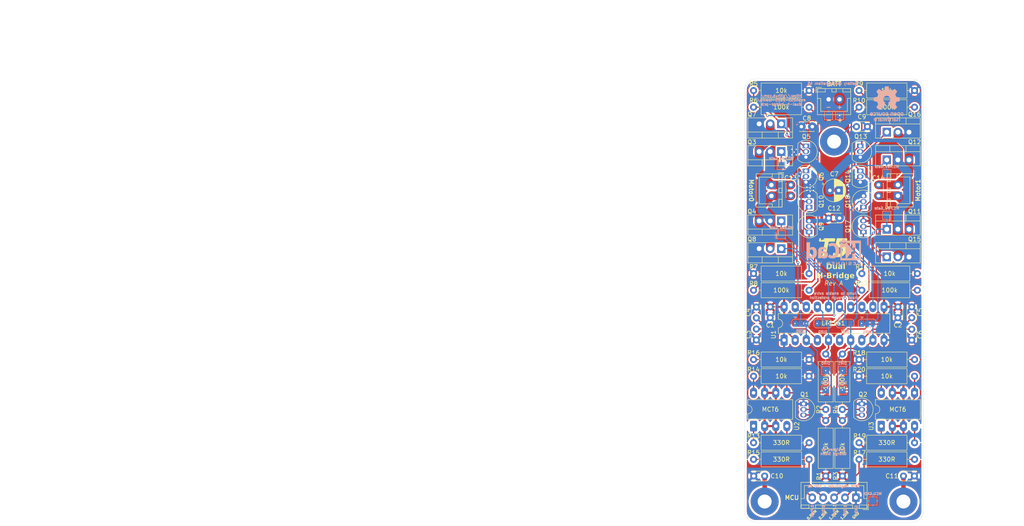
<source format=kicad_pcb>
(kicad_pcb (version 20241229) (generator "pcbnew") (generator_version "9.0")
  (title_block (title "Dual H-Bridge") (date "2025-06-19") (rev "A") (company "Team 5") (comment 1 "George Sleen"))
  (layers (0 "F.Cu" signal) (2 "B.Cu" signal) (13 "F.Paste" user) (15 "B.Paste" user) (5 "F.SilkS" user "F.Silkscreen") (7 "B.SilkS" user "B.Silkscreen") (1 "F.Mask" user) (3 "B.Mask" user) (25 "Edge.Cuts" user))
  (net 0 "")
  (net 1 "GND")
  (net 2 "+BATT")
  (net 3 "/H-Bridge 0/MOTOR+")
  (net 4 "/H-Bridge 0/MOTOR-")
  (net 5 "Net-(C9-Pad1)")
  (net 6 "/H-Bridge 1/MOTOR+")
  (net 7 "/H-Bridge 1/MOTOR-")
  (net 8 "Net-(U1-T1)")
  (net 9 "Net-(U1-T2)")
  (net 10 "Net-(U1-T3)")
  (net 11 "Net-(U1-T4)")
  (net 12 "Net-(C10-Pad1)")
  (net 13 "Net-(C11-Pad1)")
  (net 14 "Net-(JP1-C)")
  (net 15 "/Motor0.~{DIR}")
  (net 16 "/Motor0.DIR")
  (net 17 "Net-(JP2-C)")
  (net 18 "Net-(JP3-C)")
  (net 19 "/Motor1.~{DIR}")
  (net 20 "Net-(JP4-C)")
  (net 21 "/Motor1.DIR")
  (net 22 "/H-Bridge 0/FOW_HIGH_GATE")
  (net 23 "/H-Bridge 0/REV_HIGH_GATE")
  (net 24 "/H-Bridge 0/REV_LOW_GATE")
  (net 25 "/H-Bridge 0/FOW_LOW_GATE")
  (net 26 "/H-Bridge 1/FOW_HIGH_GATE")
  (net 27 "/H-Bridge 1/REV_HIGH_GATE")
  (net 28 "/H-Bridge 1/REV_LOW_GATE")
  (net 29 "/H-Bridge 1/FOW_LOW_GATE")
  (net 30 "/PWM0")
  (net 31 "/PWM1")
  (net 32 "/MCU.PWM0")
  (net 33 "Net-(R13-Pad2)")
  (net 34 "/Motor0.PWM")
  (net 35 "/MCU.DIR0")
  (net 36 "Net-(R15-Pad2)")
  (net 37 "/MCU.PWM1")
  (net 38 "Net-(R17-Pad2)")
  (net 39 "/Motor1.PWM")
  (net 40 "Net-(R19-Pad2)")
  (net 41 "/MCU.DIR1")
  (net 42 "Net-(Q1-B)")
  (net 43 "Net-(Q2-B)")
  (net 44 "Net-(Q5-B)")
  (net 45 "Net-(Q9-B)")
  (net 46 "Net-(Q13-B)")
  (net 47 "Net-(Q17-B)")
  (net 48 "GNDPWR")
  (footprint "Package_TO_SOT_THT:TO-92_Inline" (layer "F.Cu") (at 219.075 114.808 -90)
    (property "Reference" "Q2")
    (property "Value" "2N3904")
  )
  (footprint "Resistor_THT:R_Axial_DIN0309_L9.0mm_D3.2mm_P12.70mm_Horizontal" (layer "F.Cu") (at 218.44 108.458)
    (property "Reference" "R20")
    (property "Value" "10k")
  )
  (footprint "Resistor_THT:R_Axial_DIN0309_L9.0mm_D3.2mm_P12.70mm_Horizontal" (layer "F.Cu") (at 194.31 43.053)
    (property "Reference" "R5")
    (property "Value" "10k")
  )
  (footprint "Resistor_THT:R_Axial_DIN0309_L9.0mm_D3.2mm_P12.70mm_Horizontal" (layer "F.Cu") (at 214.63 103.378 -90)
    (property "Reference" "R4")
    (property "Value" "100k")
  )
  (footprint "Capacitor_THT:C_Disc_D3.0mm_W2.0mm_P2.50mm" (layer "F.Cu") (at 198.12 92.583 -90)
    (property "Reference" "C1")
    (property "Value" "100nF")
  )
  (footprint "Resistor_THT:R_Axial_DIN0309_L9.0mm_D3.2mm_P12.70mm_Horizontal" (layer "F.Cu") (at 219.075 88.773)
    (property "Reference" "R12")
    (property "Value" "100k")
  )
  (footprint "Capacitor_THT:C_Disc_D3.0mm_W2.0mm_P2.50mm" (layer "F.Cu") (at 194.945 95.123 90)
    (property "Reference" "C4")
    (property "Value" "10nF")
  )
  (footprint "Capacitor_THT:C_Disc_D3.0mm_W2.0mm_P2.50mm" (layer "F.Cu") (at 222.885 67.143 90)
    (property "Reference" "C14")
    (property "Value" "100nF")
  )
  (footprint "Capacitor_THT:C_Disc_D3.0mm_W2.0mm_P2.50mm" (layer "F.Cu") (at 230.505 95.083 90)
    (property "Reference" "C5")
    (property "Value" "10nF")
  )
  (footprint "Capacitor_THT:CP_Radial_D5.0mm_P2.00mm" (layer "F.Cu") (at 211.769888 65.913)
    (property "Reference" "C7")
    (property "Value" "47uF")
  )
  (footprint "Resistor_THT:R_Axial_DIN0309_L9.0mm_D3.2mm_P12.70mm_Horizontal" (layer "F.Cu") (at 210.82 131.318 90)
    (property "Reference" "R1")
    (property "Value" "10k")
  )
  (footprint "Resistor_THT:R_Axial_DIN0309_L9.0mm_D3.2mm_P12.70mm_Horizontal" (layer "F.Cu") (at 207.01 46.863 180)
    (property "Reference" "R6")
    (property "Value" "100k")
  )
  (footprint "Capacitor_THT:C_Disc_D3.0mm_W2.0mm_P2.50mm" (layer "F.Cu") (at 228.6 131.318)
    (property "Reference" "C11")
    (property "Value" "100nF")
  )
  (footprint "Resistor_THT:R_Axial_DIN0309_L9.0mm_D3.2mm_P12.70mm_Horizontal" (layer "F.Cu") (at 207.01 127.508 180)
    (property "Reference" "R15")
    (property "Value" "330R")
  )
  (footprint "Capacitor_THT:C_Disc_D3.0mm_W2.0mm_P2.50mm" (layer "F.Cu") (at 196.85 131.318 180)
    (property "Reference" "C10")
    (property "Value" "100nF")
  )
  (footprint "Package_TO_SOT_THT:TO-220-3_Vertical" (layer "F.Cu") (at 200.66 72.898 180)
    (property "Reference" "Q4")
    (property "Value" "IRFZ44")
  )
  (footprint "Package_TO_SOT_THT:TO-92_Inline" (layer "F.Cu") (at 206.29 55.753 -90)
    (property "Reference" "Q5")
    (property "Value" "2N3904")
  )
  (footprint "Package_TO_SOT_THT:TO-92_Inline" (layer "F.Cu") (at 218.715 61.468 -90)
    (property "Reference" "Q14")
    (property "Value" "VN2222L")
  )
  (footprint "Connector_JST:JST_XH_B2B-XH-A_1x02_P2.50mm_Vertical" (layer "F.Cu") (at 211.475 45.068)
    (property "Reference" "J3" (hide yes))
    (property "Value" "BATT")
  )
  (footprint "Resistor_THT:R_Axial_DIN0309_L9.0mm_D3.2mm_P12.70mm_Horizontal" (layer "F.Cu") (at 207.01 108.458 180)
    (property "Reference" "R14")
    (property "Value" "10k")
  )
  (footprint "Capacitor_THT:C_Disc_D3.0mm_W2.0mm_P2.50mm" (layer "F.Cu") (at 202.84 64.663 -90)
    (property "Reference" "C13")
    (property "Value" "100nF")
  )
  (footprint "Capacitor_THT:C_Disc_D3.0mm_W2.0mm_P2.50mm" (layer "F.Cu") (at 207.752 51.308 180)
    (property "Reference" "C8")
    (property "Value" "100nF")
  )
  (footprint "Capacitor_THT:C_Disc_D3.0mm_W2.0mm_P2.50mm" (layer "F.Cu") (at 211.475 72.263)
    (property "Reference" "C12")
    (property "Value" "100nF")
  )
  (footprint "Resistor_THT:R_Axial_DIN0309_L9.0mm_D3.2mm_P12.70mm_Horizontal" (layer "F.Cu") (at 218.44 46.863)
    (property "Reference" "R10")
    (property "Value" "100k")
  )
  (footprint "Resistor_THT:R_Axial_DIN0309_L9.0mm_D3.2mm_P12.70mm_Horizontal" (layer "F.Cu") (at 207.01 84.963 180)
    (property "Reference" "R7")
    (property "Value" "10k")
  )
  (footprint "Package_TO_SOT_THT:TO-220-3_Vertical" (layer "F.Cu") (at 200.66 50.673 180)
    (property "Reference" "Q7")
    (property "Value" "IRFZ44")
  )
  (footprint "Capacitor_THT:C_Disc_D3.0mm_W2.0mm_P2.50mm" (layer "F.Cu") (at 230.505 97.703 -90)
    (property "Reference" "C6")
    (property "Value" "10nF")
  )
  (footprint "Capacitor_THT:C_Disc_D3.0mm_W2.0mm_P2.50mm" (layer "F.Cu") (at 194.945 97.663 -90)
    (property "Reference" "C3")
    (property "Value" "10nF")
  )
  (footprint "MountingHole:MountingHole_3.2mm_M3_Pad" (layer "F.Cu") (at 228.6 137.16)
    (property "Reference" "H3" (hide yes))
    (property "Value" "M3_PTH")
  )
  (footprint "Package_TO_SOT_THT:TO-92_Inline" (layer "F.Cu") (at 207.01 75.438 90)
    (property "Reference" "Q9")
    (property "Value" "2N3904")
  )
  (footprint "Package_TO_SOT_THT:TO-92_Inline" (layer "F.Cu") (at 218.715 55.753 -90)
    (property "Reference" "Q13")
    (property "Value" "2N3904")
  )
  (footprint "Package_TO_SOT_THT:TO-220-3_Vertical" (layer "F.Cu") (at 224.79 81.153)
    (property "Reference" "Q15")
    (property "Value" "IRFZ44")
  )
  (footprint "MountingHole:MountingHole_3.2mm_M3_Pad" (layer "F.Cu") (at 196.85 137.16)
    (property "Reference" "H2" (hide yes))
    (property "Value" "M3_PTH")
  )
  (footprint "Resistor_THT:R_Axial_DIN0309_L9.0mm_D3.2mm_P12.70mm_Horizontal" (layer "F.Cu") (at 218.44 104.648)
    (property "Reference" "R18")
    (property "Value" "10k")
  )
  (footprint "MountingHole:MountingHole_3.2mm_M3_Pad" (layer "F.Cu") (at 212.725 54.737)
    (property "Reference" "H1" (hide yes))
    (property "Value" "M3_PTH")
  )
  (footprint "Package_TO_SOT_THT:TO-92_Inline" (layer "F.Cu") (at 207.01 69.723 90)
    (property "Reference" "Q10")
    (property "Value" "VN2222L")
  )
  (footprint "Package_TO_SOT_THT:TO-220-3_Vertical" (layer "F.Cu") (at 200.66 57.023 180)
    (property "Reference" "Q3")
    (property "Value" "IRFZ44")
  )
  (footprint "Package_TO_SOT_THT:TO-92_Inline" (layer "F.Cu") (at 219.435 75.438 90)
    (property "Reference" "Q17")
    (property "Value" "2N3904")
  )
  (footprint "Resistor_THT:R_Axial_DIN0309_L9.0mm_D3.2mm_P12.70mm_Horizontal" (layer "F.Cu") (at 207.01 123.698 180)
    (property "Reference" "R13")
    (property "Value" "330R")
  )
  (footprint "Resistor_THT:R_Axial_DIN0309_L9.0mm_D3.2mm_P12.70mm_Horizontal" (layer "F.Cu") (at 219.075 84.963)
    (property "Reference" "R11")
    (property "Value" "10k")
  )
  (footprint "Package_TO_SOT_THT:TO-220-3_Vertical" (layer "F.Cu") (at 224.79 74.803)
    (property "Reference" "Q11")
    (property "Value" "IRFZ44")
  )
  (footprint "Resistor_THT:R_Axial_DIN0309_L9.0mm_D3.2mm_P12.70mm_Horizontal" (layer "F.Cu") (at 218.44 43.053)
    (property "Reference" "R9")
    (property "Value" "10k")
  )
  (footprint "Connector_JST:JST_XH_B2B-XH-A_1x02_P2.50mm_Vertical" (layer "F.Cu") (at 198.395 64.683 -90)
    (property "Reference" "J1" (hide yes))
    (property "Value" "Motor0")
  )
  (footprint "Package_DIP:DIP-8_W7.62mm_LongPads" (layer "F.Cu") (at 223.52 119.888 90)
    (property "Reference" "U3")
    (property "Value" "MCT6")
  )
  (footprint "Resistor_THT:R_Axial_DIN0309_L9.0mm_D3.2mm_P12.70mm_Horizontal" (layer "F.Cu") (at 214.63 131.318 90)
    (property "Reference" "R3")
    (property "Value" "10k")
  )
  (footprint "Capacitor_THT:C_Disc_D3.0mm_W2.0mm_P2.50mm" (layer "F.Cu") (at 217.845 51.308)
    (property "Reference" "C9")
    (property "Value" "100nF")
  )
  (footprint "Resistor_THT:R_Axial_DIN0309_L9.0mm_D3.2mm_P12.70mm_Horizontal" (layer "F.Cu") (at 207.01 104.648 180)
    (property "Reference" "R16")
    (property "Value" "10k")
  )
  (footprint "Package_TO_SOT_THT:TO-220-3_Vertical" (layer "F.Cu") (at 200.66 79.248 180)
    (property "Reference" "Q8")
    (property "Value" "IRFZ44")
  )
  (footprint "Package_TO_SOT_THT:TO-220-3_Vertical" (layer "F.Cu") (at 224.79 52.578)
    (property "Reference" "Q16")
    (property "Value" "IRFZ44")
  )
  (footprint "Package_TO_SOT_THT:TO-220-3_Vertical" (layer "F.Cu") (at 224.79 58.928)
    (property "Reference" "Q12")
    (property "Value" "IRFZ44")
  )
  (footprint "Connector_JST:JST_XH_B2B-XH-A_1x02_P2.50mm_Vertical" (layer "F.Cu") (at 227.33 67.143 90)
    (property "Reference" "J2" (hide yes))
    (property "Value" "Motor1")
  )
  (footprint "Resistor_THT:R_Axial_DIN0309_L9.0mm_D3.2mm_P12.70mm_Horizontal" (layer "F.Cu") (at 218.44 123.698)
    (property "Reference" "R19")
    (property "Value" "330R")
  )
  (footprint "Connector_JST:JST_XH_B5B-XH-A_1x05_P2.50mm_Vertical" (layer "F.Cu") (at 217.725 136.271 180)
    (property "Reference" "J4" (hide yes))
    (property "Value" "MCU")
  )
  (footprint "Package_TO_SOT_THT:TO-92_Inline" (layer "F.Cu") (at 219.435 69.723 90)
    (property "Reference" "Q18")
    (property "Value" "VN2222L")
  )
  (footprint "Package_TO_SOT_THT:TO-92_Inline" (layer "F.Cu") (at 205.74 114.808 -90)
    (property "Reference" "Q1")
    (property "Value" "2N3904")
  )
  (footprint "Package_DIP:DIP-8_W7.62mm_LongPads" (layer "F.Cu") (at 194.31 119.888 90)
    (property "Reference" "U2")
    (property "Value" "MCT6")
  )
  (footprint "GS_Virtual:ENPH253_Logo_Small" (layer "F.Cu") (at 212.770386 78.867)
    (property "Reference" "REF**" (hide yes))
    (property "Value" "")
  )
  (footprint "Capacitor_THT:C_Disc_D3.0mm_W2.0mm_P2.50mm" (layer "F.Cu") (at 227.33 92.583 -90)
    (property "Reference" "C2")
    (property "Value" "100nF")
  )
  (footprint "Resistor_THT:R_Axial_DIN0309_L9.0mm_D3.2mm_P12.70mm_Horizontal" (layer "F.Cu") (at 210.82 103.378 -90)
    (property "Reference" "R2")
    (property "Value" "100k")
  )
  (footprint "Resistor_THT:R_Axial_DIN0309_L9.0mm_D3.2mm_P12.70mm_Horizontal" (layer "F.Cu") (at 207.01 88.773 180)
    (property "Reference" "R8")
    (property "Value" "100k")
  )
  (footprint "Package_TO_SOT_THT:TO-92_Inline" (layer "F.Cu") (at 206.29 61.468 -90)
    (property "Reference" "Q6")
    (property "Value" "VN2222L")
  )
  (footprint "Package_DIP:DIP-20_W7.62mm_LongPads" (layer "F.Cu") (at 201.295 100.203 90)
    (property "Reference" "U1")
    (property "Value" "LT1161")
  )
  (footprint "Resistor_THT:R_Axial_DIN0309_L9.0mm_D3.2mm_P12.70mm_Horizontal" (layer "F.Cu") (at 218.44 127.508)
    (property "Reference" "R17")
    (property "Value" "330R")
  )
  (footprint "Jumper:SolderJumper-3_P1.3mm_Bridged12_RoundedPad1.0x1.5mm" (layer "B.Cu") (at 210.155 96.393)
    (property "Reference" "DIR0")
    (property "Value" "MOTOR0_REV" (hide yes))
  )
  (footprint "Jumper:SolderJumper-3_P1.3mm_Bridged12_RoundedPad1.0x1.5mm" (layer "B.Cu") (at 220.315 96.393)
    (property "Reference" "DIR1")
    (property "Value" "MOTOR1_REV" (hide yes))
  )
  (footprint "TestPoint:TestPoint_Pad_1.5x1.5mm" (layer "B.Cu") (at 200.66 76.073 180)
    (property "Reference" "M0.Rev_Gate")
    (property "Value" "Motor0.REV_GATE" (hide yes))
  )
  (footprint "Jumper:SolderJumper-3_P1.3mm_Bridged12_RoundedPad1.0x1.5mm" (layer "B.Cu") (at 215.235 96.393)
    (property "Reference" "~{DIR1}")
    (property "Value" "MOTOR1_FOW" (hide yes))
  )
  (footprint "TestPoint:TestPoint_Pad_1.5x1.5mm" (layer "B.Cu") (at 224.79 71.628 180)
    (property "Reference" "M1.Fow_Gate")
    (property "Value" "Motor1.FOW_GATE" (hide yes))
  )
  (footprint "TestPoint:TestPoint_Pad_1.5x1.5mm" (layer "B.Cu") (at 214.63 107.188 180)
    (property "Reference" "~{DIR1}")
    (property "Value" "Motor1.~{DIR}" (hide yes))
  )
  (footprint "TestPoint:TestPoint_Pad_1.5x1.5mm" (layer "B.Cu") (at 211.455 48.768 180)
    (property "Reference" "TP18" (hide yes))
    (property "Value" "GNDPWR" (hide yes))
  )
  (footprint "TestPoint:TestPoint_Pad_1.5x1.5mm" (layer "B.Cu") (at 224.79 62.103 180)
    (property "Reference" "M1.Rev_Gate")
    (property "Value" "Motor1.REV_GATE" (hide yes))
  )
  (footprint "Jumper:SolderJumper-3_P1.3mm_Bridged12_RoundedPad1.0x1.5mm" (layer "B.Cu") (at 205.075 96.393)
    (property "Reference" "~{DIR0}")
    (property "Value" "Motor0_FOW" (hide yes))
  )
  (footprint "TestPoint:TestPoint_Pad_1.5x1.5mm" (layer "B.Cu") (at 213.995 48.768 180)
    (property "Reference" "TP17" (hide yes))
    (property "Value" "BATT" (hide yes))
  )
  (footprint "TestPoint:TestPoint_Pad_1.5x1.5mm" (layer "B.Cu") (at 210.82 111.633 180)
    (property "Reference" "DIR0")
    (property "Value" "Motor0.DIR" (hide yes))
  )
  (footprint "Symbol:KiCad-Logo2_5mm_SilkScreen" (layer "B.Cu") (at 212.598 80.01 180)
    (property "Reference" "REF**" (hide yes))
    (property "Value" "KiCad-Logo2_5mm_SilkScreen" (hide yes))
  )
  (footprint "TestPoint:TestPoint_Pad_1.5x1.5mm" (layer "B.Cu") (at 210.82 107.188 180)
    (property "Reference" "~{DIR0}")
    (property "Value" "Motor0.~{DIR}" (hide yes))
  )
  (footprint "TestPoint:TestPoint_Pad_1.5x1.5mm" (layer "B.Cu") (at 200.66 60.198 180)
    (property "Reference" "M0.Fow_Gate")
    (property "Value" "Motor0.FOW_GATE" (hide yes))
  )
  (footprint "TestPoint:TestPoint_Pad_1.5x1.5mm" (layer "B.Cu") (at 214.63 111.633 180)
    (property "Reference" "DIR1")
    (property "Value" "Motor1.DIR" (hide yes))
  )
  (footprint "TestPoint:TestPoint_Pad_1.5x1.5mm" (layer "B.Cu") (at 221.615 137.033 180)
    (property "Reference" "MCU.GND")
    (property "Value" "MCU_GND" (hide yes))
  )
  (footprint "Symbol:OSHW-Logo_7.5x8mm_SilkScreen" (layer "B.Cu") (at 224.79 46.101 180)
    (property "Reference" "REF**" (hide yes))
    (property "Value" "OSHW-Logo_7.5x8mm_SilkScreen" (hide yes))
  )
  (gr_line (start 230.672 141.859) (end 194.778 141.859) (stroke (width 0.05)) (layer "Edge.Cuts"))
  (gr_arc (start 230.672 40.386) (mid 232.439767 41.118233) (end 233.172 42.886) (stroke (width 0.05)) (layer "Edge.Cuts"))
  (gr_line (start 194.778 40.386) (end 230.672 40.386) (stroke (width 0.05)) (layer "Edge.Cuts"))
  (gr_arc (start 233.172 139.359) (mid 232.439767 141.126767) (end 230.672 141.859) (stroke (width 0.05)) (layer "Edge.Cuts"))
  (gr_arc (start 194.778 141.859) (mid 193.010233 141.126767) (end 192.278 139.359) (stroke (width 0.05)) (layer "Edge.Cuts"))
  (gr_line (start 233.172 42.886) (end 233.172 139.359) (stroke (width 0.05)) (layer "Edge.Cuts"))
  (gr_line (start 192.278 139.359) (end 192.278 42.886) (stroke (width 0.05)) (layer "Edge.Cuts"))
  (gr_arc (start 192.278 42.886) (mid 193.010233 41.118233) (end 194.778 40.386) (stroke (width 0.05)) (layer "Edge.Cuts"))
  (gr_text "0.PWM" (at 207.645 140.208 45) (layer "F.SilkS") (effects (font (size 0.6 0.6) (thickness 0.15) (bold yes))))
  (gr_text "1.DIR" (at 215.138 140.335 45) (layer "F.SilkS") (effects (font (size 0.6 0.6) (thickness 0.15) (bold yes))))
  (gr_text "Dual\nH-Bridge" (at 213.106 86.233 0) (layer "F.SilkS") (effects (font (size 1.25 1.25) (thickness 0.25) (bold yes)) (justify bottom)))
  (gr_text "Rev A" (at 212.598 87.757 0) (layer "F.SilkS") (effects (font (size 1 1) (thickness 0.125) (italic yes)) (justify bottom)))
  (gr_text "+" (at 214.09 49.784 0) (layer "F.SilkS") (effects (font (size 1 1) (thickness 0.2) (bold yes))))
  (gr_text "GND" (at 217.678 140.335 45) (layer "F.SilkS") (effects (font (size 0.6 0.6) (thickness 0.15) (bold yes))))
  (gr_text "1.PWM" (at 212.725 140.208 45) (layer "F.SilkS") (effects (font (size 0.6 0.6) (thickness 0.15) (bold yes))))
  (gr_text "-" (at 211.55 49.784 0) (layer "F.SilkS") (effects (font (size 1 1) (thickness 0.2) (bold yes))))
  (gr_text "0.DIR" (at 210.185 140.335 45) (layer "F.SilkS") (effects (font (size 0.6 0.6) (thickness 0.15) (bold yes))))
  (gr_text "+" (at 213.995 46.813 0) (layer "B.SilkS") (effects (font (size 1 1) (thickness 0.2) (bold yes)) (justify mirror)))
  (gr_text "Battery configuration: 4S" (at 212.405 41.783 0) (layer "B.SilkS") (effects (font (size 0.6 0.6) (thickness 0.15) (bold yes)) (justify bottom mirror)))
  (gr_text "GND" (at 217.805 137.922 90) (layer "B.SilkS") (effects (font (size 0.6 0.6) (thickness 0.15) (bold yes)) (justify left mirror)))
  (gr_text "Designed by\nGeorge Sleen" (at 212.598 125.73 0) (layer "B.SilkS") (effects (font (size 0.6 0.6) (thickness 0.15) (bold yes) (italic yes)) (justify mirror)))
  (gr_text "PWM Magnitude: ~ 100 Hz\n" (at 212.598 133.985 0) (layer "B.SilkS") (effects (font (size 0.6 0.6) (thickness 0.15) (bold yes)) (justify bottom mirror)))
  (gr_text "1.DIR" (at 215.265 137.922 90) (layer "B.SilkS") (effects (font (size 0.6 0.6) (thickness 0.15) (bold yes)) (justify left mirror)))
  (gr_text "-" (at 211.455 46.813 0) (layer "B.SilkS") (effects (font (size 1 1) (thickness 0.2) (bold yes)) (justify mirror)))
  (gr_text "0.PWM" (at 207.772 137.795 90) (layer "B.SilkS") (effects (font (size 0.6 0.6) (thickness 0.15) (bold yes)) (justify left mirror)))
  (gr_text "0.DIR" (at 210.312 137.922 90) (layer "B.SilkS") (effects (font (size 0.6 0.6) (thickness 0.15) (bold yes)) (justify left mirror)))
  (gr_text "Jump to enable extra \nshoot through protection" (at 212.8 90.813 0) (layer "B.SilkS") (effects (font (size 0.6 0.6) (thickness 0.15) (bold yes)) (justify bottom mirror)))
  (gr_text "1.PWM" (at 212.852 137.795 90) (layer "B.SilkS") (effects (font (size 0.6 0.6) (thickness 0.15) (bold yes)) (justify left mirror)))
  (gr_text "https://github.com/\nenph253-2025-team5/\ndual-h-bridge-pcb" (at 200.66 45.212 0) (layer "B.SilkS") (effects (font (size 0.6 0.6) (thickness 0.15) (bold yes)) (justify mirror)))
  (segment (start 224.155 92.583) (end 227.33 92.583) (width 0.3) (layer "F.Cu") (net 2))
  (segment (start 198.12 92.583) (end 201.295 92.583) (width 0.3) (layer "F.Cu") (net 2))
  (via (at 219.015 96.393) (size 0.6) (drill 0.3) (layers "F.Cu" "B.Cu") (net 2))
  (via (at 213.935 96.393) (size 0.6) (drill 0.3) (layers "F.Cu" "B.Cu") (net 2))
  (via (at 208.855 96.393) (size 0.6) (drill 0.3) (layers "F.Cu" "B.Cu") (net 2))
  (via (at 203.775 96.393) (size 0.6) (drill 0.3) (layers "F.Cu" "B.Cu") (net 2))
  (via (at 213.995 48.768) (size 0.6) (drill 0.3) (layers "F.Cu" "B.Cu") (net 2))
  (segment (start 227.33 70.55195) (end 229.531 68.35095) (width 2) (layer "B.Cu") (net 2))
  (segment (start 227.33 59.481009) (end 227.33 58.928) (width 2) (layer "B.Cu") (net 2))
  (segment (start 226.6045 56.388) (end 222.015933 56.388) (width 2) (layer "B.Cu") (net 2))
  (segment (start 219.654933 58.749) (end 216.291776 58.749) (width 2) (layer "B.Cu") (net 2))
  (segment (start 207.01 72.898) (end 210.84 72.898) (width 1) (layer "B.Cu") (net 2))
  (segment (start 207.248 58.749) (end 205.332 58.749) (width 2) (layer "B.Cu") (net 2))
  (segment (start 229.531 68.35095) (end 229.531 61.682009) (width 2) (layer "B.Cu") (net 2))
  (segment (start 210.84 72.898) (end 211.475 72.263) (width 1) (layer "B.Cu") (net 2))
  (segment (start 208.241 51.797) (end 208.241 57.756) (width 2) (layer "B.Cu") (net 2))
  (segment (start 196.194 63.47505) (end 198.10905 61.56) (width 2) (layer "B.Cu") (net 2))
  (segment (start 208.241 57.756) (end 207.248 58.749) (width 2) (layer "B.Cu") (net 2))
  (segment (start 227.33 74.803) (end 227.33 70.55195) (width 2) (layer "B.Cu") (net 2))
  (segment (start 198.12 72.898) (end 198.12 72.344991) (width 2) (layer "B.Cu") (net 2))
  (segment (start 201.932 62.149) (end 198.709 62.149) (width 2) (layer "B.Cu") (net 2))
  (segment (start 227.33 57.1135) (end 226.6045 56.388) (width 2) (layer "B.Cu") (net 2))
  (segment (start 198.10905 61.56) (end 198.12 61.56) (width 2) (layer "B.Cu") (net 2))
  (segment (start 229.531 61.682009) (end 227.33 59.481009) (width 2) (layer "B.Cu") (net 2))
  (segment (start 211.769888 63.270888) (end 207.248 58.749) (width 2) (layer "B.Cu") (net 2))
  (segment (start 207.752 51.308) (end 208.241 51.797) (width 2) (layer "B.Cu") (net 2))
  (segment (start 227.33 58.928) (end 227.33 57.1135) (width 2) (layer "B.Cu") (net 2))
  (segment (start 198.709 62.149) (end 198.12 61.56) (width 2) (layer "B.Cu") (net 2))
  (segment (start 198.12 72.344991) (end 196.194 70.418991) (width 2) (layer "B.Cu") (net 2))
  (segment (start 196.194 70.418991) (end 196.194 63.47505) (width 2) (layer "B.Cu") (net 2))
  (segment (start 216.291776 58.749) (end 211.769888 63.270888) (width 2) (layer "B.Cu") (net 2))
  (segment (start 211.769888 65.913) (end 211.769888 63.270888) (width 2) (layer "B.Cu") (net 2))
  (segment (start 198.12 61.56) (end 198.12 57.023) (width 2) (layer "B.Cu") (net 2))
  (segment (start 222.015933 56.388) (end 219.654933 58.749) (width 2) (layer "B.Cu") (net 2))
  (segment (start 205.332 58.749) (end 201.932 62.149) (width 2) (layer "B.Cu") (net 2))
  (segment (start 195.58 57.023) (end 195.58 61.868) (width 2) (layer "F.Cu") (net 3))
  (segment (start 198.395 64.683) (end 202.82 64.683) (width 2) (layer "F.Cu") (net 3))
  (segment (start 195.58 61.868) (end 198.395 64.683) (width 2) (layer "F.Cu") (net 3))
  (segment (start 198.12 50.673) (end 198.12 53.929991) (width 2) (layer "F.Cu") (net 3))
  (segment (start 195.58 56.469991) (end 195.58 57.023) (width 2) (layer "F.Cu") (net 3))
  (segment (start 198.12 53.929991) (end 195.58 56.469991) (width 2) (layer "F.Cu") (net 3))
  (segment (start 202.82 64.683) (end 202.84 64.663) (width 2) (layer "F.Cu") (net 3))
  (segment (start 195.58 73.451009) (end 195.58 72.898) (width 2) (layer "F.Cu") (net 4))
  (segment (start 202.84 67.163) (end 198.415 67.163) (width 2) (layer "F.Cu") (net 4))
  (segment (start 198.12 79.248) (end 198.12 75.991009) (width 2) (layer "F.Cu") (net 4))
  (segment (start 195.58 72.898) (end 195.58 69.998) (width 2) (layer "F.Cu") (net 4))
  (segment (start 195.58 69.998) (end 198.395 67.183) (width 2) (layer "F.Cu") (net 4))
  (segment (start 198.415 67.163) (end 198.395 67.183) (width 2) (layer "F.Cu") (net 4))
  (segment (start 198.12 75.991009) (end 195.58 73.451009) (width 2) (layer "F.Cu") (net 4))
  (segment (start 217.845 51.308) (end 216.535 51.308) (width 0.3) (layer "B.Cu") (net 5))
  (segment (start 216.535 51.308) (end 212.725 55.118) (width 0.3) (layer "B.Cu") (net 5))
  (segment (start 227.33 80.599991) (end 227.33 81.153) (width 2) (layer "F.Cu") (net 6))
  (segment (start 222.885 67.143) (end 227.33 67.143) (width 2) (layer "F.Cu") (net 6))
  (segment (start 229.87 78.059991) (end 227.33 80.599991) (width 2) (layer "F.Cu") (net 6))
  (segment (start 229.87 74.803) (end 229.87 78.059991) (width 2) (layer "F.Cu") (net 6))
  (segment (start 229.87 74.803) (end 229.87 69.683) (width 2) (layer "F.Cu") (net 6))
  (segment (start 229.87 69.683) (end 227.33 67.143) (width 2) (layer "F.Cu") (net 6))
  (segment (start 229.87 58.928) (end 229.87 62.103) (width 2) (layer "F.Cu") (net 7))
  (segment (start 222.885 64.643) (end 227.33 64.643) (width 2) (layer "F.Cu") (net 7))
  (segment (start 229.87 62.103) (end 227.33 64.643) (width 2) (layer "F.Cu") (net 7))
  (segment (start 227.33 52.578) (end 227.33 53.213) (width 2) (layer "F.Cu") (net 7))
  (segment (start 227.33 53.213) (end 229.87 55.753) (width 2) (layer "F.Cu") (net 7))
  (segment (start 229.87 55.753) (end 229.87 58.928) (width 2) (layer "F.Cu") (net 7))
  (segment (start 201.295 97.663) (end 194.945 97.663) (width 0.3) (layer "F.Cu") (net 8))
  (segment (start 203.835 100.203) (end 201.295 97.663) (width 0.3) (layer "F.Cu") (net 8))
  (segment (start 206.375 97.663) (end 208.915 100.203) (width 0.3) (layer "F.Cu") (net 9))
  (segment (start 196.215 96.393) (end 201.93 96.393) (width 0.3) (layer "F.Cu") (net 9))
  (segment (start 203.2 97.663) (end 206.375 97.663) (width 0.3) (layer "F.Cu") (net 9))
  (segment (start 194.945 95.123) (end 196.215 96.393) (width 0.3) (layer "F.Cu") (net 9))
  (segment (start 201.93 96.393) (end 203.2 97.663) (width 0.3) (layer "F.Cu") (net 9))
  (segment (start 220.821 96.552) (end 229.036 96.552) (width 0.3) (layer "F.Cu") (net 10))
  (segment (start 213.995 100.203) (end 213.995 99.568) (width 0.3) (layer "F.Cu") (net 10))
  (segment (start 213.995 99.568) (end 215.9 97.663) (width 0.3) (layer "F.Cu") (net 10))
  (segment (start 230.505 95.083) (end 229.036 96.552) (width 0.3) (layer "F.Cu") (net 10))
  (segment (start 215.9 97.663) (end 219.71 97.663) (width 0.3) (layer "F.Cu") (net 10))
  (segment (start 219.71 97.663) (end 220.821 96.552) (width 0.3) (layer "F.Cu") (net 10))
  (segment (start 221.575 97.703) (end 230.505 97.703) (width 0.3) (layer "F.Cu") (net 11))
  (segment (start 219.075 100.203) (end 221.575 97.703) (width 0.3) (layer "F.Cu") (net 11))
  (segment (start 196.85 131.318) (end 196.85 137.033) (width 1) (layer "F.Cu") (net 12))
  (segment (start 228.6 131.318) (end 228.6 137.16) (width 1) (layer "F.Cu") (net 13))
  (segment (start 205.075 93.823) (end 203.835 92.583) (width 0.3) (layer "B.Cu") (net 14))
  (segment (start 205.075 96.393) (end 205.075 93.823) (width 0.3) (layer "B.Cu") (net 14))
  (segment (start 212.09 117.348) (end 212.09 108.458) (width 0.3) (layer "F.Cu") (net 15))
  (segment (start 212.09 108.458) (end 210.82 107.188) (width 0.3) (layer "F.Cu") (net 15))
  (segment (start 209.55 117.348) (end 210.82 118.618) (width 0.3) (layer "F.Cu") (net 15))
  (segment (start 212.725 94.488) (end 208.28 94.488) (width 0.3) (layer "F.Cu") (net 15))
  (segment (start 210.82 118.618) (end 212.09 117.348) (width 0.3) (layer "F.Cu") (net 15))
  (segment (start 205.74 117.348) (end 209.55 117.348) (width 0.3) (layer "F.Cu") (net 15))
  (segment (start 208.28 94.488) (end 206.375 96.393) (width 0.3) (layer "F.Cu") (net 15))
  (via (at 206.375 96.393) (size 0.6) (drill 0.3) (layers "F.Cu" "B.Cu") (net 15))
  (via (at 210.82 107.188) (size 0.6) (drill 0.3) (layers "F.Cu" "B.Cu") (net 15))
  (via (at 212.725 94.488) (size 0.6) (drill 0.3) (layers "F.Cu" "B.Cu") (net 15))
  (segment (start 205.189 79.89348) (end 212.725 87.42948) (width 0.3) (layer "B.Cu") (net 15))
  (segment (start 208.915 102.743) (end 206.375 100.203) (width 0.3) (layer "B.Cu") (net 15))
  (segment (start 205.189 63.645149) (end 205.189 79.89348) (width 0.3) (layer "B.Cu") (net 15))
  (segment (start 206.375 100.203) (end 206.375 96.393) (width 0.3) (layer "B.Cu") (net 15))
  (segment (start 208.915 105.283) (end 208.915 102.743) (width 0.3) (layer "B.Cu") (net 15))
  (segment (start 210.82 107.188) (end 208.915 105.283) (width 0.3) (layer "B.Cu") (net 15))
  (segment (start 206.096149 62.738) (end 205.189 63.645149) (width 0.3) (layer "B.Cu") (net 15))
  (segment (start 212.725 87.42948) (end 212.725 94.488) (width 0.3) (layer "B.Cu") (net 15))
  (segment (start 206.29 62.738) (end 206.096149 62.738) (width 0.3) (layer "B.Cu") (net 15))
  (segment (start 215.265 93.853) (end 212.725 96.393) (width 0.3) (layer "F.Cu") (net 16))
  (segment (start 211.455 100.203) (end 211.455 102.108) (width 0.3) (layer "F.Cu") (net 16))
  (segment (start 211.455 102.108) (end 210.82 102.743) (width 0.3) (layer "F.Cu") (net 16))
  (segment (start 210.82 102.743) (end 210.82 103.378) (width 0.3) (layer "F.Cu") (net 16))
  (segment (start 201.93 110.363) (end 201.93 112.268) (width 0.3) (layer "F.Cu") (net 16))
  (segment (start 215.265 90.678) (end 215.265 93.853) (width 0.3) (layer "F.Cu") (net 16))
  (segment (start 210.185 112.268) (end 210.82 111.633) (width 0.3) (layer "F.Cu") (net 16))
  (segment (start 212.725 96.393) (end 211.455 96.393) (width 0.3) (layer "F.Cu") (net 16))
  (segment (start 201.93 112.268) (end 210.185 112.268) (width 0.3) (layer "F.Cu") (net 16))
  (segment (start 194.31 104.648) (end 196.215 104.648) (width 0.3) (layer "F.Cu") (net 16))
  (segment (start 196.215 104.648) (end 201.93 110.363) (width 0.3) (layer "F.Cu") (net 16))
  (via (at 211.455 96.393) (size 0.6) (drill 0.3) (layers "F.Cu" "B.Cu") (net 16))
  (via (at 210.82 111.633) (size 0.6) (drill 0.3) (layers "F.Cu" "B.Cu") (net 16))
  (via (at 215.265 90.678) (size 0.6) (drill 0.3) (layers "F.Cu" "B.Cu") (net 16))
  (segment (start 215.265 89.26096) (end 205.74 79.73596) (width 0.3) (layer "B.Cu") (net 16))
  (segment (start 205.74 79.73596) (end 205.74 68.673) (width 0.3) (layer "B.Cu") (net 16))
  (segment (start 205.74 68.673) (end 205.96 68.453) (width 0.3) (layer "B.Cu") (net 16))
  (segment (start 212.09 110.363) (end 212.09 104.648) (width 0.3) (layer "B.Cu") (net 16))
  (segment (start 211.455 100.203) (end 211.455 96.393) (width 0.3) (layer "B.Cu") (net 16))
  (segment (start 205.96 68.453) (end 207.01 68.453) (width 0.3) (layer "B.Cu") (net 16))
  (segment (start 212.09 104.648) (end 210.82 103.378) (width 0.3) (layer "B.Cu") (net 16))
  (segment (start 215.265 90.678) (end 215.265 89.26096) (width 0.3) (layer "B.Cu") (net 16))
  (segment (start 210.82 111.633) (end 212.09 110.363) (width 0.3) (layer "B.Cu") (net 16))
  (segment (start 210.155 93.823) (end 208.915 92.583) (width 0.3) (layer "B.Cu") (net 17))
  (segment (start 210.155 96.393) (end 210.155 93.823) (width 0.3) (layer "B.Cu") (net 17))
  (segment (start 215.235 93.823) (end 215.235 96.393) (width 0.3) (layer "B.Cu") (net 18))
  (segment (start 213.995 92.583) (end 215.235 93.823) (width 0.3) (layer "B.Cu") (net 18))
  (segment (start 218.521149 62.738) (end 218.715 62.738) (width 0.3) (layer "F.Cu") (net 19))
  (segment (start 217.304 85.732) (end 217.304 63.955149) (width 0.3) (layer "F.Cu") (net 19))
  (segment (start 214.63 118.618) (end 213.36 117.348) (width 0.3) (layer "F.Cu") (net 19))
  (segment (start 217.304 63.955149) (end 218.521149 62.738) (width 0.3) (layer "F.Cu") (net 19))
  (segment (start 218.44 86.868) (end 217.304 85.732) (width 0.3) (layer "F.Cu") (net 19))
  (segment (start 219.075 117.348) (end 215.9 117.348) (width 0.3) (layer "F.Cu") (net 19))
  (segment (start 213.36 108.458) (end 214.63 107.188) (width 0.3) (layer "F.Cu") (net 19))
  (segment (start 215.9 117.348) (end 214.63 118.618) (width 0.3) (layer "F.Cu") (net 19))
  (segment (start 213.36 117.348) (end 213.36 108.458) (width 0.3) (layer "F.Cu") (net 19))
  (via (at 214.63 107.188) (size 0.6) (drill 0.3) (layers "F.Cu" "B.Cu") (net 19))
  (via (at 218.44 86.868) (size 0.6) (drill 0.3) (layers "F.Cu" "B.Cu") (net 19))
  (segment (start 217.924 95.004) (end 216.535 96.393) (width 0.3) (layer "B.Cu") (net 19))
  (segment (start 216.535 105.283) (end 214.63 107.188) (width 0.3) (layer "B.Cu") (net 19))
  (segment (start 218.44 86.868) (end 217.924 87.384) (width 0.3) (layer "B.Cu") (net 19))
  (segment (start 216.535 100.203) (end 216.535 96.393) (width 0.3) (layer "B.Cu") (net 19))
  (segment (start 217.924 87.384) (end 217.924 95.004) (width 0.3) (layer "B.Cu") (net 19))
  (segment (start 216.535 100.203) (end 216.535 105.283) (width 0.3) (layer "B.Cu") (net 19))
  (segment (start 219.075 92.583) (end 220.315 93.823) (width 0.3) (layer "B.Cu") (net 20))
  (segment (start 220.315 93.823) (end 220.315 96.393) (width 0.3) (layer "B.Cu") (net 20))
  (segment (start 229.235 115.443) (end 222.885 115.443) (width 0.3) (layer "F.Cu") (net 21))
  (segment (start 231.14 112.268) (end 231.14 113.538) (width 0.3) (layer "F.Cu") (net 21))
  (segment (start 222.885 115.443) (end 219.075 111.633) (width 0.3) (layer "F.Cu") (net 21))
  (segment (start 231.14 112.268) (end 231.14 108.458) (width 0.3) (layer "F.Cu") (net 21))
  (segment (start 231.14 113.538) (end 229.235 115.443) (width 0.3) (layer "F.Cu") (net 21))
  (segment (start 215.9 102.108) (end 214.63 103.378) (width 0.3) (layer "F.Cu") (net 21))
  (segment (start 221.615 100.203) (end 219.71 102.108) (width 0.3) (layer "F.Cu") (net 21))
  (segment (start 219.71 102.108) (end 215.9 102.108) (width 0.3) (layer "F.Cu") (net 21))
  (segment (start 219.075 111.633) (end 214.63 111.633) (width 0.3) (layer "F.Cu") (net 21))
  (via (at 214.63 111.633) (size 0.6) (drill 0.3) (layers "F.Cu" "B.Cu") (net 21))
  (segment (start 221.615 96.393) (end 222.766 95.242) (width 0.3) (layer "B.Cu") (net 21))
  (segment (start 213.529 104.479) (end 213.529 110.532) (width 0.3) (layer "B.Cu") (net 21))
  (segment (start 214.63 103.378) (end 213.529 104.479) (width 0.3) (layer "B.Cu") (net 21))
  (segment (start 216.278723 78.664203) (end 216.278723 70.559277) (width 0.3) (layer "B.Cu") (net 21))
  (segment (start 213.529 110.532) (end 214.63 111.633) (width 0.3) (layer "B.Cu") (net 21))
  (segment (start 222.766 85.15148) (end 216.278723 78.664203) (width 0.3) (layer "B.Cu") (net 21))
  (segment (start 218.385 68.453) (end 219.435 68.453) (width 0.3) (layer "B.Cu") (net 21))
  (segment (start 222.766 95.242) (end 222.766 85.15148) (width 0.3) (layer "B.Cu") (net 21))
  (segment (start 216.278723 70.559277) (end 218.385 68.453) (width 0.3) (layer "B.Cu") (net 21))
  (segment (start 221.615 96.393) (end 221.615 100.203) (width 0.3) (layer "B.Cu") (net 21))
  (segment (start 200.66 60.071) (end 200.66 57.023) (width 0.3) (layer "F.Cu") (net 22))
  (segment (start 204.216 82.169) (end 204.216 63.627) (width 0.3) (layer "F.Cu") (net 22))
  (segment (start 204.216 63.627) (end 200.66 60.071) (width 0.3) (layer "F.Cu") (net 22))
  (segment (start 204.47 82.423) (end 204.216 82.169) (width 0.3) (layer "F.Cu") (net 22))
  (via (at 204.47 82.423) (size 0.6) (drill 0.3) (layers "F.Cu" "B.Cu") (net 22))
  (segment (start 204.47 82.423) (end 204.47 90.678) (width 0.3) (layer "B.Cu") (net 22))
  (segment (start 200.66 57.023) (end 200.66 60.198) (width 0.3) (layer "B.Cu") (net 22))
  (segment (start 204.47 90.678) (end 206.375 92.583) (width 0.3) (layer "B.Cu") (net 22))
  (segment (start 200.66 76.073) (end 200.66 72.898) (width 0.3) (layer "B.Cu") (net 23))
  (segment (start 200.66 76.073) (end 211.455 86.868) (width 0.3) (layer "B.Cu") (net 23))
  (segment (start 211.455 86.868) (end 211.455 92.583) (width 0.3) (layer "B.Cu") (net 23))
  (segment (start 206.29 55.753) (end 206.515 55.753) (width 0.3) (layer "F.Cu") (net 24))
  (segment (start 207.645 56.883) (end 207.645 60.113) (width 0.3) (layer "F.Cu") (net 24))
  (segment (start 200.66 50.673) (end 194.31 44.323) (width 0.3) (layer "F.Cu") (net 24))
  (segment (start 194.31 44.323) (end 194.31 43.053) (width 0.3) (layer "F.Cu") (net 24))
  (segment (start 206.515 55.753) (end 207.645 56.883) (width 0.3) (layer "F.Cu") (net 24))
  (segment (start 207.645 60.113) (end 206.29 61.468) (width 0.3) (layer "F.Cu") (net 24))
  (segment (start 206.29 55.753) (end 205.74 55.753) (width 0.3) (layer "F.Cu") (net 24))
  (segment (start 205.74 55.753) (end 200.66 50.673) (width 0.3) (layer "F.Cu") (net 24))
  (segment (start 206.785 75.438) (end 205.74 74.393) (width 0.3) (layer "F.Cu") (net 25))
  (segment (start 205.74 70.993) (end 207.01 69.723) (width 0.3) (layer "F.Cu") (net 25))
  (segment (start 207.01 75.438) (end 207.01 84.963) (width 0.3) (layer "F.Cu") (net 25))
  (segment (start 207.01 75.438) (end 206.785 75.438) (width 0.3) (layer "F.Cu") (net 25))
  (segment (start 205.74 74.393) (end 205.74 70.993) (width 0.3) (layer "F.Cu") (net 25))
  (segment (start 203.073 79.248) (end 207.01 83.185) (width 0.3) (layer "B.Cu") (net 25))
  (segment (start 207.01 83.185) (end 207.01 84.963) (width 0.3) (layer "B.Cu") (net 25))
  (segment (start 200.66 79.248) (end 203.073 79.248) (width 0.3) (layer "B.Cu") (net 25))
  (segment (start 221.727 75.692) (end 220.726 76.693) (width 0.3) (layer "F.Cu") (net 26))
  (segment (start 216.916 92.583) (end 216.535 92.583) (width 0.3) (layer "F.Cu") (net 26))
  (segment (start 220.726 76.693) (end 220.726 88.773) (width 0.3) (layer "F.Cu") (net 26))
  (segment (start 220.726 88.773) (end 216.916 92.583) (width 0.3) (layer "F.Cu") (net 26))
  (via (at 221.727 75.692) (size 0.6) (drill 0.3) (layers "F.Cu" "B.Cu") (net 26))
  (segment (start 222.616 74.803) (end 221.727 75.692) (width 0.3) (layer "B.Cu") (net 26))
  (segment (start 224.79 74.803) (end 222.616 74.803) (width 0.3) (layer "B.Cu") (net 26))
  (segment (start 224.79 74.803) (end 224.79 71.628) (width 0.3) (layer "B.Cu") (net 26))
  (segment (start 221.615 84.709) (end 221.615 92.583) (width 0.3) (layer "B.Cu") (net 27))
  (segment (start 224.79 58.928) (end 223.52 60.198) (width 0.3) (layer "B.Cu") (net 27))
  (segment (start 224.79 58.928) (end 224.79 62.103) (width 0.3) (layer "B.Cu") (net 27))
  (segment (start 223.52 60.198) (end 217.17 60.198) (width 0.3) (layer "B.Cu") (net 27))
  (segment (start 215.392 61.976) (end 215.392 78.486) (width 0.3) (layer "B.Cu") (net 27))
  (segment (start 217.17 60.198) (end 215.392 61.976) (width 0.3) (layer "B.Cu") (net 27))
  (segment (start 215.392 78.486) (end 221.615 84.709) (width 0.3) (layer "B.Cu") (net 27))
  (segment (start 217.424 60.177) (end 218.715 61.468) (width 0.3) (layer "F.Cu") (net 28))
  (segment (start 218.715 55.753) (end 218.49 55.753) (width 0.3) (layer "F.Cu") (net 28))
  (segment (start 219.075 48.768) (end 219.075 55.393) (width 0.3) (layer "F.Cu") (net 28))
  (segment (start 219.075 55.393) (end 218.715 55.753) (width 0.3) (layer "F.Cu") (net 28))
  (segment (start 220.345 47.498) (end 219.075 48.768) (width 0.3) (layer "F.Cu") (net 28))
  (segment (start 217.424 56.819) (end 217.424 60.177) (width 0.3) (layer "F.Cu") (net 28))
  (segment (start 218.44 43.053) (end 220.345 44.958) (width 0.3) (layer "F.Cu") (net 28))
  (segment (start 220.345 44.958) (end 220.345 47.498) (width 0.3) (layer "F.Cu") (net 28))
  (segment (start 218.49 55.753) (end 217.424 56.819) (width 0.3) (layer "F.Cu") (net 28))
  (segment (start 221.076 78.201) (end 224.028 81.153) (width 0.3) (layer "B.Cu") (net 28))
  (segment (start 221.076 63.604) (end 218.94 61.468) (width 0.3) (layer "B.Cu") (net 28))
  (segment (start 218.94 61.468) (end 218.715 61.468) (width 0.3) (layer "B.Cu") (net 28))
  (segment (start 224.028 81.153) (end 224.79 81.153) (width 0.3) (layer "B.Cu") (net 28))
  (segment (start 221.076 78.201) (end 221.076 63.604) (width 0.3) (layer "B.Cu") (net 28))
  (segment (start 217.805 71.353) (end 217.805 74.168) (width 0.3) (layer "F.Cu") (net 29))
  (segment (start 217.805 74.168) (end 219.075 75.438) (width 0.3) (layer "F.Cu") (net 29))
  (segment (start 219.075 84.328) (end 219.435 83.968) (width 0.3) (layer "F.Cu") (net 29))
  (segment (start 219.075 84.963) (end 219.075 84.328) (width 0.3) (layer "F.Cu") (net 29))
  (segment (start 219.66 69.723) (end 219.435 69.723) (width 0.3) (layer "F.Cu") (net 29))
  (segment (start 220.98 68.403) (end 219.66 69.723) (width 0.3) (layer "F.Cu") (net 29))
  (segment (start 224.79 52.578) (end 220.98 56.388) (width 0.3) (layer "F.Cu") (net 29))
  (segment (start 220.98 56.388) (end 220.98 68.403) (width 0.3) (layer "F.Cu") (net 29))
  (segment (start 219.435 83.968) (end 219.435 75.438) (width 0.3) (layer "F.Cu") (net 29))
  (segment (start 219.435 69.723) (end 217.805 71.353) (width 0.3) (layer "F.Cu") (net 29))
  (segment (start 219.075 75.438) (end 219.435 75.438) (width 0.3) (layer "F.Cu") (net 29))
  (segment (start 207.01 46.863) (end 209.042 48.895) (width 0.3) (layer "F.Cu") (net 30))
  (segment (start 209.042 48.895) (end 209.042 52.197) (width 0.3) (layer "F.Cu") (net 30))
  (segment (start 209.042 86.741) (end 207.01 88.773) (width 0.3) (layer "F.Cu") (net 30))
  (segment (start 209.042 52.197) (end 208.026 53.213) (width 0.3) (layer "F.Cu") (net 30))
  (segment (start 209.042 57.531) (end 209.042 86.741) (width 0.3) (layer "F.Cu") (net 30))
  (segment (start 208.026 56.515) (end 209.042 57.531) (width 0.3) (layer "F.Cu") (net 30))
  (segment (start 208.026 53.213) (end 208.026 56.515) (width 0.3) (layer "F.Cu") (net 30))
  (segment (start 216.803 56.73148) (end 216.803 86.501) (width 0.3) (layer "F.Cu") (net 31))
  (segment (start 217.424 52.959) (end 217.424 56.11048) (width 0.3) (layer "F.Cu") (net 31))
  (segment (start 217.424 56.11048) (end 216.803 56.73148) (width 0.3) (layer "F.Cu") (net 31))
  (segment (start 216.803 86.501) (end 219.075 88.773) (width 0.3) (layer "F.Cu") (net 31))
  (segment (start 218.44 46.863) (end 216.694 48.609) (width 0.3) (layer "F.Cu") (net 31))
  (segment (start 216.694 52.229) (end 217.424 52.959) (width 0.3) (layer "F.Cu") (net 31))
  (segment (start 216.694 48.609) (end 216.694 52.229) (width 0.3) (layer "F.Cu") (net 31))
  (segment (start 205.859 134.405) (end 205.859 124.849) (width 0.3) (layer "F.Cu") (net 32))
  (segment (start 207.01 123.698) (end 205.859 124.849) (width 0.3) (layer "F.Cu") (net 32))
  (segment (start 207.725 136.271) (end 205.859 134.405) (width 0.3) (layer "F.Cu") (net 32))
  (segment (start 194.31 123.698) (end 194.31 119.888) (width 0.3) (layer "F.Cu") (net 33))
  (segment (start 194.31 112.268) (end 194.31 108.458) (width 0.3) (layer "F.Cu") (net 34))
  (segment (start 207.01 133.056) (end 210.225 136.271) (width 0.3) (layer "F.Cu") (net 35))
  (segment (start 207.01 127.508) (end 207.01 133.056) (width 0.3) (layer "F.Cu") (net 35))
  (segment (start 194.31 127.508) (end 196.215 127.508) (width 0.3) (layer "F.Cu") (net 36))
  (segment (start 201.93 121.793) (end 201.93 119.888) (width 0.3) (layer "F.Cu") (net 36))
  (segment (start 196.215 127.508) (end 201.93 121.793) (width 0.3) (layer "F.Cu") (net 36))
  (segment (start 218.44 130.556) (end 218.44 127.508) (width 0.3) (layer "F.Cu") (net 37))
  (segment (start 212.725 136.271) (end 218.44 130.556) (width 0.3) (layer "F.Cu") (net 37))
  (segment (start 229.235 127.508) (end 223.52 121.793) (width 0.3) (layer "F.Cu") (net 38))
  (segment (start 223.52 121.793) (end 223.52 119.888) (width 0.3) (layer "F.Cu") (net 38))
  (segment (start 231.14 127.508) (end 229.235 127.508) (width 0.3) (layer "F.Cu") (net 38))
  (segment (start 223.52 112.268) (end 223.52 110.363) (width 0.3) (layer "F.Cu") (net 39))
  (segment (start 229.235 104.648) (end 231.14 104.648) (width 0.3) (layer "F.Cu") (net 39))
  (segment (start 223.52 110.363) (end 229.235 104.648) (width 0.3) (layer "F.Cu") (net 39))
  (segment (start 231.14 123.698) (end 231.14 119.888) (width 0.3) (layer "F.Cu") (net 40))
  (segment (start 215.225 136.271) (end 219.591 131.905) (width 0.3) (layer "F.Cu") (net 41))
  (segment (start 219.591 124.849) (end 218.44 123.698) (width 0.3) (layer "F.Cu") (net 41))
  (segment (start 219.591 131.905) (end 219.591 124.849) (width 0.3) (layer "F.Cu") (net 41))
  (segment (start 210.82 116.078) (end 205.74 116.078) (width 0.3) (layer "F.Cu") (net 42))
  (segment (start 219.075 116.078) (end 214.63 116.078) (width 0.3) (layer "F.Cu") (net 43))
  (segment (start 205.74 57.023) (end 206.29 57.023) (width 0.3) (layer "F.Cu") (net 44))
  (segment (start 195.58 46.863) (end 197.485 48.768) (width 0.3) (layer "F.Cu") (net 44))
  (segment (start 201.93 53.213) (end 205.74 57.023) (width 0.3) (layer "F.Cu") (net 44))
  (segment (start 194.31 46.863) (end 195.58 46.863) (width 0.3) (layer "F.Cu") (net 44))
  (via (at 197.485 48.768) (size 0.6) (drill 0.3) (layers "F.Cu" "B.Cu") (net 44))
  (via (at 201.93 53.213) (size 0.6) (drill 0.3) (layers "F.Cu" "B.Cu") (net 44))
  (segment (start 201.9635 53.1795) (end 201.93 53.213) (width 0.3) (layer "B.Cu") (net 44))
  (segment (start 197.485 48.768) (end 201.4095 48.768) (width 0.3) (layer "B.Cu") (net 44))
  (segment (start 201.9635 49.322) (end 201.9635 53.1795) (width 0.3) (layer "B.Cu") (net 44))
  (segment (start 201.4095 48.768) (end 201.9635 49.322) (width 0.3) (layer "B.Cu") (net 44))
  (segment (start 208.28 74.731) (end 208.28 86.233) (width 0.3) (layer "F.Cu") (net 45))
  (segment (start 207.01 74.168) (end 207.717 74.168) (width 0.3) (layer "F.Cu") (net 45))
  (segment (start 207.645 86.868) (end 196.215 86.868) (width 0.3) (layer "F.Cu") (net 45))
  (segment (start 208.28 86.233) (end 207.645 86.868) (width 0.3) (layer "F.Cu") (net 45))
  (segment (start 196.215 86.868) (end 194.31 88.773) (width 0.3) (layer "F.Cu") (net 45))
  (segment (start 207.717 74.168) (end 208.28 74.731) (width 0.3) (layer "F.Cu") (net 45))
  (segment (start 219.422 57.023) (end 222.25 54.195) (width 0.3) (layer "F.Cu") (net 46))
  (segment (start 218.715 57.023) (end 219.422 57.023) (width 0.3) (layer "F.Cu") (net 46))
  (segment (start 224.155 46.863) (end 231.14 46.863) (width 0.3) (layer "F.Cu") (net 46))
  (segment (start 222.25 54.195) (end 222.25 48.768) (width 0.3) (layer "F.Cu") (net 46))
  (segment (start 222.25 48.768) (end 224.155 46.863) (width 0.3) (layer "F.Cu") (net 46))
  (segment (start 222.377 84.455) (end 226.695 88.773) (width 0.3) (layer "F.Cu") (net 47))
  (segment (start 219.435 74.168) (end 221.234 74.168) (width 0.3) (layer "F.Cu") (net 47))
  (segment (start 226.695 88.773) (end 231.775 88.773) (width 0.3) (layer "F.Cu") (net 47))
  (segment (start 222.377 75.311) (end 222.377 84.455) (width 0.3) (layer "F.Cu") (net 47))
  (segment (start 221.234 74.168) (end 222.377 75.311) (width 0.3) (layer "F.Cu") (net 47))
  (segment (start 203.581 57.15) (end 203.581 61.081398) (width 2) (layer "F.Cu") (net 48))
  (segment (start 213.769888 65.913) (end 215.452 65.913) (width 2) (layer "F.Cu") (net 48))
  (segment (start 216.04776 65.032577) (end 216.056337 65.024) (width 0.3) (layer "F.Cu") (net 48))
  (segment (start 216.04776 66.802) (end 216.04776 65.032577) (width 0.3) (layer "F.Cu") (net 48))
  (segment (start 203.581 61.081398) (end 204.339 61.839397) (width 2) (layer "F.Cu") (net 48))
  (via (at 204.089 57.785) (size 0.6) (drill 0.3) (layers "F.Cu" "B.Cu") (net 48))
  (via (at 206.502 65.151) (size 0.6) (drill 0.3) (layers "F.Cu" "B.Cu") (net 48))
  (via (at 203.073 57.785) (size 0.6) (drill 0.3) (layers "F.Cu" "B.Cu") (net 48))
  (via (at 216.044 65.913) (size 0.6) (drill 0.3) (layers "F.Cu" "B.Cu") (net 48))
  (via (at 203.073 56.515) (size 0.6) (drill 0.3) (layers "F.Cu" "B.Cu") (net 48))
  (via (at 208.026 65.913) (size 0.6) (drill 0.3) (layers "F.Cu" "B.Cu") (net 48))
  (via (at 204.978 61.849) (size 0.6) (drill 0.3) (layers "F.Cu" "B.Cu") (net 48))
  (via (at 204.724 62.611) (size 0.6) (drill 0.3) (layers "F.Cu" "B.Cu") (net 48))
  (via (at 204.030661 62.171661) (size 0.6) (drill 0.3) (layers "F.Cu" "B.Cu") (net 48))
  (via (at 216.04776 66.802) (size 0.6) (drill 0.3) (layers "F.Cu" "B.Cu") (net 48))
  (via (at 204.089 56.515) (size 0.6) (drill 0.3) (layers "F.Cu" "B.Cu") (net 48))
  (via (at 206.502 65.913) (size 0.6) (drill 0.3) (layers "F.Cu" "B.Cu") (net 48))
  (via (at 207.264 65.405) (size 0.6) (drill 0.3) (layers "F.Cu" "B.Cu") (net 48))
  (via (at 207.264 66.167) (size 0.6) (drill 0.3) (layers "F.Cu" "B.Cu") (net 48))
  (via (at 207.264 64.643) (size 0.6) (drill 0.3) (layers "F.Cu" "B.Cu") (net 48))
  (via (at 216.056337 65.024) (size 0.6) (drill 0.3) (layers "F.Cu" "B.Cu") (net 48))
  (via (at 203.581 57.15) (size 0.6) (drill 0.3) (layers "F.Cu" "B.Cu") (net 48))
  (via (at 208.026 65.151) (size 0.6) (drill 0.3) (layers "F.Cu" "B.Cu") (net 48))
  (segment (start 213.975 65.917112) (end 213.970888 65.913) (width 2) (layer "B.Cu") (net 48))
  (segment (start 203.581 52.979) (end 203.581 57.15) (width 2) (layer "B.Cu") (net 48))
  (segment (start 205.252 51.308) (end 203.581 52.979) (width 2) (layer "B.Cu") (net 48))
  (segment (start 213.975 72.263) (end 213.975 65.917112) (width 2) (layer "B.Cu") (net 48))
  (zone (net 2) (net_name "+BATT") (layer "F.Cu") (priority 1) (connect_pads (clearance 0.4)) (min_thickness 0.25) (fill yes (thermal_gap 0.5) (thermal_bridge_width 0.5))
    (polygon (pts (xy 190.5 38.608) (xy 234.315 38.608) (xy 234.315 116.713) (xy 222.25 116.713) (xy 217.17 121.793) (xy 217.17 132.588) (xy 208.28 132.588) (xy 208.28 122.428) (xy 202.565 116.713) (xy 190.5 116.713)))
  )
  (zone (net 1) (net_name "GND") (layer "F.Cu") (connect_pads (clearance 0.5)) (min_thickness 0.25) (fill yes (thermal_gap 0.5) (thermal_bridge_width 0.5))
    (polygon (pts (xy 234.315 117.348) (xy 222.885 117.348) (xy 217.805 122.428) (xy 217.805 133.223) (xy 207.645 133.223) (xy 207.645 122.428) (xy 202.565 117.348) (xy 190.5 117.348) (xy 190.5 142.748) (xy 234.315 142.748)))
  )
  (zone (net 48) (net_name "GNDPWR") (layers "F.Cu" "B.Cu") (priority 3) (connect_pads yes (clearance 0.4)) (min_thickness 0.25) (fill yes (thermal_gap 0.5) (thermal_bridge_width 0.5))
    (polygon (pts (xy 204.724 63.119) (xy 202.946 61.341) (xy 205.359 61.341) (xy 205.359 63.119) (xy 208.534 63.119) (xy 208.534 67.691) (xy 204.724 67.691)))
  )
  (zone (net 48) (net_name "GNDPWR") (layers "F.Cu" "B.Cu") (priority 3) (connect_pads yes (clearance 0.4)) (min_thickness 0.25) (fill yes (thermal_gap 0.5) (thermal_bridge_width 0.5))
    (polygon (pts (xy 216.154 63.373) (xy 219.964 63.373) (xy 219.964 67.945) (xy 216.154 67.945)))
  )
  (zone (net 1) (net_name "GND") (layer "B.Cu") (priority 2) (connect_pads (clearance 0.5)) (min_thickness 0.25) (fill yes (thermal_gap 0.5) (thermal_bridge_width 0.5))
    (polygon (pts (xy 190.5 129.413) (xy 207.01 129.413) (xy 207.01 133.858) (xy 218.44 133.858) (xy 218.44 129.413) (xy 234.315 129.413) (xy 234.315 142.748) (xy 190.5 142.748)))
  )
  (zone (net 48) (net_name "GNDPWR") (layer "B.Cu") (priority 1) (connect_pads (clearance 0.5)) (min_thickness 0.25) (fill yes (thermal_gap 0.5) (thermal_bridge_width 0.5))
    (polygon (pts (xy 190.5 38.608) (xy 234.315 38.608) (xy 234.315 128.778) (xy 217.805 128.778) (xy 217.805 133.223) (xy 207.645 133.223) (xy 207.645 128.778) (xy 190.5 128.778)))
  )
)
</source>
